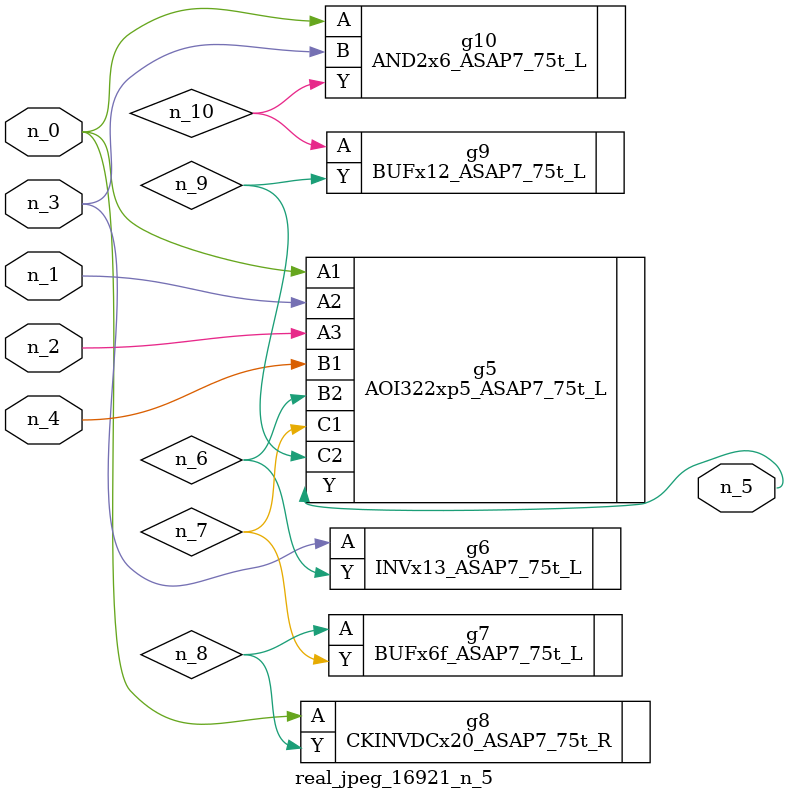
<source format=v>
module real_jpeg_16921_n_5 (n_4, n_0, n_1, n_2, n_3, n_5);

input n_4;
input n_0;
input n_1;
input n_2;
input n_3;

output n_5;

wire n_8;
wire n_6;
wire n_7;
wire n_10;
wire n_9;

AOI322xp5_ASAP7_75t_L g5 ( 
.A1(n_0),
.A2(n_1),
.A3(n_2),
.B1(n_4),
.B2(n_6),
.C1(n_7),
.C2(n_9),
.Y(n_5)
);

CKINVDCx20_ASAP7_75t_R g8 ( 
.A(n_0),
.Y(n_8)
);

AND2x6_ASAP7_75t_L g10 ( 
.A(n_0),
.B(n_3),
.Y(n_10)
);

INVx13_ASAP7_75t_L g6 ( 
.A(n_3),
.Y(n_6)
);

BUFx6f_ASAP7_75t_L g7 ( 
.A(n_8),
.Y(n_7)
);

BUFx12_ASAP7_75t_L g9 ( 
.A(n_10),
.Y(n_9)
);


endmodule
</source>
